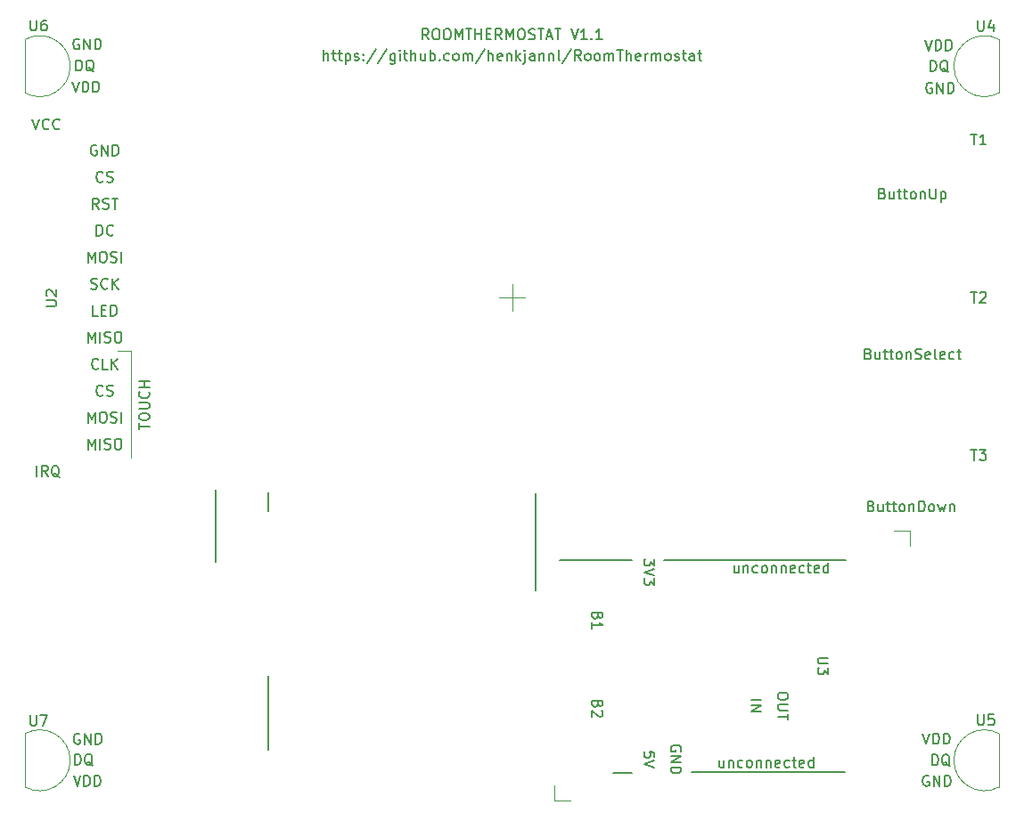
<source format=gto>
%TF.GenerationSoftware,KiCad,Pcbnew,(6.0.0)*%
%TF.CreationDate,2022-12-18T15:17:50+01:00*%
%TF.ProjectId,Interconnect PCB,496e7465-7263-46f6-9e6e-656374205043,rev?*%
%TF.SameCoordinates,Original*%
%TF.FileFunction,Legend,Top*%
%TF.FilePolarity,Positive*%
%FSLAX46Y46*%
G04 Gerber Fmt 4.6, Leading zero omitted, Abs format (unit mm)*
G04 Created by KiCad (PCBNEW (6.0.0)) date 2022-12-18 15:17:50*
%MOMM*%
%LPD*%
G01*
G04 APERTURE LIST*
%ADD10C,0.150000*%
%ADD11C,0.120000*%
G04 APERTURE END LIST*
D10*
X132119047Y-67452380D02*
X132119047Y-66452380D01*
X132547619Y-67452380D02*
X132547619Y-66928571D01*
X132500000Y-66833333D01*
X132404761Y-66785714D01*
X132261904Y-66785714D01*
X132166666Y-66833333D01*
X132119047Y-66880952D01*
X132880952Y-66785714D02*
X133261904Y-66785714D01*
X133023809Y-66452380D02*
X133023809Y-67309523D01*
X133071428Y-67404761D01*
X133166666Y-67452380D01*
X133261904Y-67452380D01*
X133452380Y-66785714D02*
X133833333Y-66785714D01*
X133595238Y-66452380D02*
X133595238Y-67309523D01*
X133642857Y-67404761D01*
X133738095Y-67452380D01*
X133833333Y-67452380D01*
X134166666Y-66785714D02*
X134166666Y-67785714D01*
X134166666Y-66833333D02*
X134261904Y-66785714D01*
X134452380Y-66785714D01*
X134547619Y-66833333D01*
X134595238Y-66880952D01*
X134642857Y-66976190D01*
X134642857Y-67261904D01*
X134595238Y-67357142D01*
X134547619Y-67404761D01*
X134452380Y-67452380D01*
X134261904Y-67452380D01*
X134166666Y-67404761D01*
X135023809Y-67404761D02*
X135119047Y-67452380D01*
X135309523Y-67452380D01*
X135404761Y-67404761D01*
X135452380Y-67309523D01*
X135452380Y-67261904D01*
X135404761Y-67166666D01*
X135309523Y-67119047D01*
X135166666Y-67119047D01*
X135071428Y-67071428D01*
X135023809Y-66976190D01*
X135023809Y-66928571D01*
X135071428Y-66833333D01*
X135166666Y-66785714D01*
X135309523Y-66785714D01*
X135404761Y-66833333D01*
X135880952Y-67357142D02*
X135928571Y-67404761D01*
X135880952Y-67452380D01*
X135833333Y-67404761D01*
X135880952Y-67357142D01*
X135880952Y-67452380D01*
X135880952Y-66833333D02*
X135928571Y-66880952D01*
X135880952Y-66928571D01*
X135833333Y-66880952D01*
X135880952Y-66833333D01*
X135880952Y-66928571D01*
X137071428Y-66404761D02*
X136214285Y-67690476D01*
X138119047Y-66404761D02*
X137261904Y-67690476D01*
X138880952Y-66785714D02*
X138880952Y-67595238D01*
X138833333Y-67690476D01*
X138785714Y-67738095D01*
X138690476Y-67785714D01*
X138547619Y-67785714D01*
X138452380Y-67738095D01*
X138880952Y-67404761D02*
X138785714Y-67452380D01*
X138595238Y-67452380D01*
X138500000Y-67404761D01*
X138452380Y-67357142D01*
X138404761Y-67261904D01*
X138404761Y-66976190D01*
X138452380Y-66880952D01*
X138500000Y-66833333D01*
X138595238Y-66785714D01*
X138785714Y-66785714D01*
X138880952Y-66833333D01*
X139357142Y-67452380D02*
X139357142Y-66785714D01*
X139357142Y-66452380D02*
X139309523Y-66500000D01*
X139357142Y-66547619D01*
X139404761Y-66500000D01*
X139357142Y-66452380D01*
X139357142Y-66547619D01*
X139690476Y-66785714D02*
X140071428Y-66785714D01*
X139833333Y-66452380D02*
X139833333Y-67309523D01*
X139880952Y-67404761D01*
X139976190Y-67452380D01*
X140071428Y-67452380D01*
X140404761Y-67452380D02*
X140404761Y-66452380D01*
X140833333Y-67452380D02*
X140833333Y-66928571D01*
X140785714Y-66833333D01*
X140690476Y-66785714D01*
X140547619Y-66785714D01*
X140452380Y-66833333D01*
X140404761Y-66880952D01*
X141738095Y-66785714D02*
X141738095Y-67452380D01*
X141309523Y-66785714D02*
X141309523Y-67309523D01*
X141357142Y-67404761D01*
X141452380Y-67452380D01*
X141595238Y-67452380D01*
X141690476Y-67404761D01*
X141738095Y-67357142D01*
X142214285Y-67452380D02*
X142214285Y-66452380D01*
X142214285Y-66833333D02*
X142309523Y-66785714D01*
X142500000Y-66785714D01*
X142595238Y-66833333D01*
X142642857Y-66880952D01*
X142690476Y-66976190D01*
X142690476Y-67261904D01*
X142642857Y-67357142D01*
X142595238Y-67404761D01*
X142500000Y-67452380D01*
X142309523Y-67452380D01*
X142214285Y-67404761D01*
X143119047Y-67357142D02*
X143166666Y-67404761D01*
X143119047Y-67452380D01*
X143071428Y-67404761D01*
X143119047Y-67357142D01*
X143119047Y-67452380D01*
X144023809Y-67404761D02*
X143928571Y-67452380D01*
X143738095Y-67452380D01*
X143642857Y-67404761D01*
X143595238Y-67357142D01*
X143547619Y-67261904D01*
X143547619Y-66976190D01*
X143595238Y-66880952D01*
X143642857Y-66833333D01*
X143738095Y-66785714D01*
X143928571Y-66785714D01*
X144023809Y-66833333D01*
X144595238Y-67452380D02*
X144500000Y-67404761D01*
X144452380Y-67357142D01*
X144404761Y-67261904D01*
X144404761Y-66976190D01*
X144452380Y-66880952D01*
X144500000Y-66833333D01*
X144595238Y-66785714D01*
X144738095Y-66785714D01*
X144833333Y-66833333D01*
X144880952Y-66880952D01*
X144928571Y-66976190D01*
X144928571Y-67261904D01*
X144880952Y-67357142D01*
X144833333Y-67404761D01*
X144738095Y-67452380D01*
X144595238Y-67452380D01*
X145357142Y-67452380D02*
X145357142Y-66785714D01*
X145357142Y-66880952D02*
X145404761Y-66833333D01*
X145500000Y-66785714D01*
X145642857Y-66785714D01*
X145738095Y-66833333D01*
X145785714Y-66928571D01*
X145785714Y-67452380D01*
X145785714Y-66928571D02*
X145833333Y-66833333D01*
X145928571Y-66785714D01*
X146071428Y-66785714D01*
X146166666Y-66833333D01*
X146214285Y-66928571D01*
X146214285Y-67452380D01*
X147404761Y-66404761D02*
X146547619Y-67690476D01*
X147738095Y-67452380D02*
X147738095Y-66452380D01*
X148166666Y-67452380D02*
X148166666Y-66928571D01*
X148119047Y-66833333D01*
X148023809Y-66785714D01*
X147880952Y-66785714D01*
X147785714Y-66833333D01*
X147738095Y-66880952D01*
X149023809Y-67404761D02*
X148928571Y-67452380D01*
X148738095Y-67452380D01*
X148642857Y-67404761D01*
X148595238Y-67309523D01*
X148595238Y-66928571D01*
X148642857Y-66833333D01*
X148738095Y-66785714D01*
X148928571Y-66785714D01*
X149023809Y-66833333D01*
X149071428Y-66928571D01*
X149071428Y-67023809D01*
X148595238Y-67119047D01*
X149500000Y-66785714D02*
X149500000Y-67452380D01*
X149500000Y-66880952D02*
X149547619Y-66833333D01*
X149642857Y-66785714D01*
X149785714Y-66785714D01*
X149880952Y-66833333D01*
X149928571Y-66928571D01*
X149928571Y-67452380D01*
X150404761Y-67452380D02*
X150404761Y-66452380D01*
X150500000Y-67071428D02*
X150785714Y-67452380D01*
X150785714Y-66785714D02*
X150404761Y-67166666D01*
X151214285Y-66785714D02*
X151214285Y-67642857D01*
X151166666Y-67738095D01*
X151071428Y-67785714D01*
X151023809Y-67785714D01*
X151214285Y-66452380D02*
X151166666Y-66500000D01*
X151214285Y-66547619D01*
X151261904Y-66500000D01*
X151214285Y-66452380D01*
X151214285Y-66547619D01*
X152119047Y-67452380D02*
X152119047Y-66928571D01*
X152071428Y-66833333D01*
X151976190Y-66785714D01*
X151785714Y-66785714D01*
X151690476Y-66833333D01*
X152119047Y-67404761D02*
X152023809Y-67452380D01*
X151785714Y-67452380D01*
X151690476Y-67404761D01*
X151642857Y-67309523D01*
X151642857Y-67214285D01*
X151690476Y-67119047D01*
X151785714Y-67071428D01*
X152023809Y-67071428D01*
X152119047Y-67023809D01*
X152595238Y-66785714D02*
X152595238Y-67452380D01*
X152595238Y-66880952D02*
X152642857Y-66833333D01*
X152738095Y-66785714D01*
X152880952Y-66785714D01*
X152976190Y-66833333D01*
X153023809Y-66928571D01*
X153023809Y-67452380D01*
X153500000Y-66785714D02*
X153500000Y-67452380D01*
X153500000Y-66880952D02*
X153547619Y-66833333D01*
X153642857Y-66785714D01*
X153785714Y-66785714D01*
X153880952Y-66833333D01*
X153928571Y-66928571D01*
X153928571Y-67452380D01*
X154547619Y-67452380D02*
X154452380Y-67404761D01*
X154404761Y-67309523D01*
X154404761Y-66452380D01*
X155642857Y-66404761D02*
X154785714Y-67690476D01*
X156547619Y-67452380D02*
X156214285Y-66976190D01*
X155976190Y-67452380D02*
X155976190Y-66452380D01*
X156357142Y-66452380D01*
X156452380Y-66500000D01*
X156500000Y-66547619D01*
X156547619Y-66642857D01*
X156547619Y-66785714D01*
X156500000Y-66880952D01*
X156452380Y-66928571D01*
X156357142Y-66976190D01*
X155976190Y-66976190D01*
X157119047Y-67452380D02*
X157023809Y-67404761D01*
X156976190Y-67357142D01*
X156928571Y-67261904D01*
X156928571Y-66976190D01*
X156976190Y-66880952D01*
X157023809Y-66833333D01*
X157119047Y-66785714D01*
X157261904Y-66785714D01*
X157357142Y-66833333D01*
X157404761Y-66880952D01*
X157452380Y-66976190D01*
X157452380Y-67261904D01*
X157404761Y-67357142D01*
X157357142Y-67404761D01*
X157261904Y-67452380D01*
X157119047Y-67452380D01*
X158023809Y-67452380D02*
X157928571Y-67404761D01*
X157880952Y-67357142D01*
X157833333Y-67261904D01*
X157833333Y-66976190D01*
X157880952Y-66880952D01*
X157928571Y-66833333D01*
X158023809Y-66785714D01*
X158166666Y-66785714D01*
X158261904Y-66833333D01*
X158309523Y-66880952D01*
X158357142Y-66976190D01*
X158357142Y-67261904D01*
X158309523Y-67357142D01*
X158261904Y-67404761D01*
X158166666Y-67452380D01*
X158023809Y-67452380D01*
X158785714Y-67452380D02*
X158785714Y-66785714D01*
X158785714Y-66880952D02*
X158833333Y-66833333D01*
X158928571Y-66785714D01*
X159071428Y-66785714D01*
X159166666Y-66833333D01*
X159214285Y-66928571D01*
X159214285Y-67452380D01*
X159214285Y-66928571D02*
X159261904Y-66833333D01*
X159357142Y-66785714D01*
X159500000Y-66785714D01*
X159595238Y-66833333D01*
X159642857Y-66928571D01*
X159642857Y-67452380D01*
X159976190Y-66452380D02*
X160547619Y-66452380D01*
X160261904Y-67452380D02*
X160261904Y-66452380D01*
X160880952Y-67452380D02*
X160880952Y-66452380D01*
X161309523Y-67452380D02*
X161309523Y-66928571D01*
X161261904Y-66833333D01*
X161166666Y-66785714D01*
X161023809Y-66785714D01*
X160928571Y-66833333D01*
X160880952Y-66880952D01*
X162166666Y-67404761D02*
X162071428Y-67452380D01*
X161880952Y-67452380D01*
X161785714Y-67404761D01*
X161738095Y-67309523D01*
X161738095Y-66928571D01*
X161785714Y-66833333D01*
X161880952Y-66785714D01*
X162071428Y-66785714D01*
X162166666Y-66833333D01*
X162214285Y-66928571D01*
X162214285Y-67023809D01*
X161738095Y-67119047D01*
X162642857Y-67452380D02*
X162642857Y-66785714D01*
X162642857Y-66976190D02*
X162690476Y-66880952D01*
X162738095Y-66833333D01*
X162833333Y-66785714D01*
X162928571Y-66785714D01*
X163261904Y-67452380D02*
X163261904Y-66785714D01*
X163261904Y-66880952D02*
X163309523Y-66833333D01*
X163404761Y-66785714D01*
X163547619Y-66785714D01*
X163642857Y-66833333D01*
X163690476Y-66928571D01*
X163690476Y-67452380D01*
X163690476Y-66928571D02*
X163738095Y-66833333D01*
X163833333Y-66785714D01*
X163976190Y-66785714D01*
X164071428Y-66833333D01*
X164119047Y-66928571D01*
X164119047Y-67452380D01*
X164738095Y-67452380D02*
X164642857Y-67404761D01*
X164595238Y-67357142D01*
X164547619Y-67261904D01*
X164547619Y-66976190D01*
X164595238Y-66880952D01*
X164642857Y-66833333D01*
X164738095Y-66785714D01*
X164880952Y-66785714D01*
X164976190Y-66833333D01*
X165023809Y-66880952D01*
X165071428Y-66976190D01*
X165071428Y-67261904D01*
X165023809Y-67357142D01*
X164976190Y-67404761D01*
X164880952Y-67452380D01*
X164738095Y-67452380D01*
X165452380Y-67404761D02*
X165547619Y-67452380D01*
X165738095Y-67452380D01*
X165833333Y-67404761D01*
X165880952Y-67309523D01*
X165880952Y-67261904D01*
X165833333Y-67166666D01*
X165738095Y-67119047D01*
X165595238Y-67119047D01*
X165500000Y-67071428D01*
X165452380Y-66976190D01*
X165452380Y-66928571D01*
X165500000Y-66833333D01*
X165595238Y-66785714D01*
X165738095Y-66785714D01*
X165833333Y-66833333D01*
X166166666Y-66785714D02*
X166547619Y-66785714D01*
X166309523Y-66452380D02*
X166309523Y-67309523D01*
X166357142Y-67404761D01*
X166452380Y-67452380D01*
X166547619Y-67452380D01*
X167309523Y-67452380D02*
X167309523Y-66928571D01*
X167261904Y-66833333D01*
X167166666Y-66785714D01*
X166976190Y-66785714D01*
X166880952Y-66833333D01*
X167309523Y-67404761D02*
X167214285Y-67452380D01*
X166976190Y-67452380D01*
X166880952Y-67404761D01*
X166833333Y-67309523D01*
X166833333Y-67214285D01*
X166880952Y-67119047D01*
X166976190Y-67071428D01*
X167214285Y-67071428D01*
X167309523Y-67023809D01*
X167642857Y-66785714D02*
X168023809Y-66785714D01*
X167785714Y-66452380D02*
X167785714Y-67309523D01*
X167833333Y-67404761D01*
X167928571Y-67452380D01*
X168023809Y-67452380D01*
X142071428Y-65452380D02*
X141738095Y-64976190D01*
X141500000Y-65452380D02*
X141500000Y-64452380D01*
X141880952Y-64452380D01*
X141976190Y-64500000D01*
X142023809Y-64547619D01*
X142071428Y-64642857D01*
X142071428Y-64785714D01*
X142023809Y-64880952D01*
X141976190Y-64928571D01*
X141880952Y-64976190D01*
X141500000Y-64976190D01*
X142690476Y-64452380D02*
X142880952Y-64452380D01*
X142976190Y-64500000D01*
X143071428Y-64595238D01*
X143119047Y-64785714D01*
X143119047Y-65119047D01*
X143071428Y-65309523D01*
X142976190Y-65404761D01*
X142880952Y-65452380D01*
X142690476Y-65452380D01*
X142595238Y-65404761D01*
X142500000Y-65309523D01*
X142452380Y-65119047D01*
X142452380Y-64785714D01*
X142500000Y-64595238D01*
X142595238Y-64500000D01*
X142690476Y-64452380D01*
X143738095Y-64452380D02*
X143928571Y-64452380D01*
X144023809Y-64500000D01*
X144119047Y-64595238D01*
X144166666Y-64785714D01*
X144166666Y-65119047D01*
X144119047Y-65309523D01*
X144023809Y-65404761D01*
X143928571Y-65452380D01*
X143738095Y-65452380D01*
X143642857Y-65404761D01*
X143547619Y-65309523D01*
X143500000Y-65119047D01*
X143500000Y-64785714D01*
X143547619Y-64595238D01*
X143642857Y-64500000D01*
X143738095Y-64452380D01*
X144595238Y-65452380D02*
X144595238Y-64452380D01*
X144928571Y-65166666D01*
X145261904Y-64452380D01*
X145261904Y-65452380D01*
X145595238Y-64452380D02*
X146166666Y-64452380D01*
X145880952Y-65452380D02*
X145880952Y-64452380D01*
X146500000Y-65452380D02*
X146500000Y-64452380D01*
X146500000Y-64928571D02*
X147071428Y-64928571D01*
X147071428Y-65452380D02*
X147071428Y-64452380D01*
X147547619Y-64928571D02*
X147880952Y-64928571D01*
X148023809Y-65452380D02*
X147547619Y-65452380D01*
X147547619Y-64452380D01*
X148023809Y-64452380D01*
X149023809Y-65452380D02*
X148690476Y-64976190D01*
X148452380Y-65452380D02*
X148452380Y-64452380D01*
X148833333Y-64452380D01*
X148928571Y-64500000D01*
X148976190Y-64547619D01*
X149023809Y-64642857D01*
X149023809Y-64785714D01*
X148976190Y-64880952D01*
X148928571Y-64928571D01*
X148833333Y-64976190D01*
X148452380Y-64976190D01*
X149452380Y-65452380D02*
X149452380Y-64452380D01*
X149785714Y-65166666D01*
X150119047Y-64452380D01*
X150119047Y-65452380D01*
X150785714Y-64452380D02*
X150976190Y-64452380D01*
X151071428Y-64500000D01*
X151166666Y-64595238D01*
X151214285Y-64785714D01*
X151214285Y-65119047D01*
X151166666Y-65309523D01*
X151071428Y-65404761D01*
X150976190Y-65452380D01*
X150785714Y-65452380D01*
X150690476Y-65404761D01*
X150595238Y-65309523D01*
X150547619Y-65119047D01*
X150547619Y-64785714D01*
X150595238Y-64595238D01*
X150690476Y-64500000D01*
X150785714Y-64452380D01*
X151595238Y-65404761D02*
X151738095Y-65452380D01*
X151976190Y-65452380D01*
X152071428Y-65404761D01*
X152119047Y-65357142D01*
X152166666Y-65261904D01*
X152166666Y-65166666D01*
X152119047Y-65071428D01*
X152071428Y-65023809D01*
X151976190Y-64976190D01*
X151785714Y-64928571D01*
X151690476Y-64880952D01*
X151642857Y-64833333D01*
X151595238Y-64738095D01*
X151595238Y-64642857D01*
X151642857Y-64547619D01*
X151690476Y-64500000D01*
X151785714Y-64452380D01*
X152023809Y-64452380D01*
X152166666Y-64500000D01*
X152452380Y-64452380D02*
X153023809Y-64452380D01*
X152738095Y-65452380D02*
X152738095Y-64452380D01*
X153309523Y-65166666D02*
X153785714Y-65166666D01*
X153214285Y-65452380D02*
X153547619Y-64452380D01*
X153880952Y-65452380D01*
X154071428Y-64452380D02*
X154642857Y-64452380D01*
X154357142Y-65452380D02*
X154357142Y-64452380D01*
X155595238Y-64452380D02*
X155928571Y-65452380D01*
X156261904Y-64452380D01*
X157119047Y-65452380D02*
X156547619Y-65452380D01*
X156833333Y-65452380D02*
X156833333Y-64452380D01*
X156738095Y-64595238D01*
X156642857Y-64690476D01*
X156547619Y-64738095D01*
X157547619Y-65357142D02*
X157595238Y-65404761D01*
X157547619Y-65452380D01*
X157500000Y-65404761D01*
X157547619Y-65357142D01*
X157547619Y-65452380D01*
X158547619Y-65452380D02*
X157976190Y-65452380D01*
X158261904Y-65452380D02*
X158261904Y-64452380D01*
X158166666Y-64595238D01*
X158071428Y-64690476D01*
X157976190Y-64738095D01*
X152200000Y-108585000D02*
X152200000Y-117881400D01*
X126800000Y-108559600D02*
X126800000Y-110286800D01*
X126800000Y-125984000D02*
X126800000Y-132994400D01*
X161417000Y-115000000D02*
X154559000Y-115000000D01*
X167081200Y-135128000D02*
X181610000Y-135128000D01*
X161340800Y-135178800D02*
X159613600Y-135178800D01*
X121800000Y-108305600D02*
X121800000Y-115112800D01*
X164439600Y-115000000D02*
X181711600Y-115000000D01*
X170094780Y-133999314D02*
X170094780Y-134665980D01*
X169666209Y-133999314D02*
X169666209Y-134523123D01*
X169713828Y-134618361D01*
X169809066Y-134665980D01*
X169951923Y-134665980D01*
X170047161Y-134618361D01*
X170094780Y-134570742D01*
X170570971Y-133999314D02*
X170570971Y-134665980D01*
X170570971Y-134094552D02*
X170618590Y-134046933D01*
X170713828Y-133999314D01*
X170856685Y-133999314D01*
X170951923Y-134046933D01*
X170999542Y-134142171D01*
X170999542Y-134665980D01*
X171904304Y-134618361D02*
X171809066Y-134665980D01*
X171618590Y-134665980D01*
X171523352Y-134618361D01*
X171475733Y-134570742D01*
X171428114Y-134475504D01*
X171428114Y-134189790D01*
X171475733Y-134094552D01*
X171523352Y-134046933D01*
X171618590Y-133999314D01*
X171809066Y-133999314D01*
X171904304Y-134046933D01*
X172475733Y-134665980D02*
X172380495Y-134618361D01*
X172332876Y-134570742D01*
X172285257Y-134475504D01*
X172285257Y-134189790D01*
X172332876Y-134094552D01*
X172380495Y-134046933D01*
X172475733Y-133999314D01*
X172618590Y-133999314D01*
X172713828Y-134046933D01*
X172761447Y-134094552D01*
X172809066Y-134189790D01*
X172809066Y-134475504D01*
X172761447Y-134570742D01*
X172713828Y-134618361D01*
X172618590Y-134665980D01*
X172475733Y-134665980D01*
X173237638Y-133999314D02*
X173237638Y-134665980D01*
X173237638Y-134094552D02*
X173285257Y-134046933D01*
X173380495Y-133999314D01*
X173523352Y-133999314D01*
X173618590Y-134046933D01*
X173666209Y-134142171D01*
X173666209Y-134665980D01*
X174142400Y-133999314D02*
X174142400Y-134665980D01*
X174142400Y-134094552D02*
X174190019Y-134046933D01*
X174285257Y-133999314D01*
X174428114Y-133999314D01*
X174523352Y-134046933D01*
X174570971Y-134142171D01*
X174570971Y-134665980D01*
X175428114Y-134618361D02*
X175332876Y-134665980D01*
X175142400Y-134665980D01*
X175047161Y-134618361D01*
X174999542Y-134523123D01*
X174999542Y-134142171D01*
X175047161Y-134046933D01*
X175142400Y-133999314D01*
X175332876Y-133999314D01*
X175428114Y-134046933D01*
X175475733Y-134142171D01*
X175475733Y-134237409D01*
X174999542Y-134332647D01*
X176332876Y-134618361D02*
X176237638Y-134665980D01*
X176047161Y-134665980D01*
X175951923Y-134618361D01*
X175904304Y-134570742D01*
X175856685Y-134475504D01*
X175856685Y-134189790D01*
X175904304Y-134094552D01*
X175951923Y-134046933D01*
X176047161Y-133999314D01*
X176237638Y-133999314D01*
X176332876Y-134046933D01*
X176618590Y-133999314D02*
X176999542Y-133999314D01*
X176761447Y-133665980D02*
X176761447Y-134523123D01*
X176809066Y-134618361D01*
X176904304Y-134665980D01*
X176999542Y-134665980D01*
X177713828Y-134618361D02*
X177618590Y-134665980D01*
X177428114Y-134665980D01*
X177332876Y-134618361D01*
X177285257Y-134523123D01*
X177285257Y-134142171D01*
X177332876Y-134046933D01*
X177428114Y-133999314D01*
X177618590Y-133999314D01*
X177713828Y-134046933D01*
X177761447Y-134142171D01*
X177761447Y-134237409D01*
X177285257Y-134332647D01*
X178618590Y-134665980D02*
X178618590Y-133665980D01*
X178618590Y-134618361D02*
X178523352Y-134665980D01*
X178332876Y-134665980D01*
X178237638Y-134618361D01*
X178190019Y-134570742D01*
X178142400Y-134475504D01*
X178142400Y-134189790D01*
X178190019Y-134094552D01*
X178237638Y-134046933D01*
X178332876Y-133999314D01*
X178523352Y-133999314D01*
X178618590Y-134046933D01*
X171517180Y-115508114D02*
X171517180Y-116174780D01*
X171088609Y-115508114D02*
X171088609Y-116031923D01*
X171136228Y-116127161D01*
X171231466Y-116174780D01*
X171374323Y-116174780D01*
X171469561Y-116127161D01*
X171517180Y-116079542D01*
X171993371Y-115508114D02*
X171993371Y-116174780D01*
X171993371Y-115603352D02*
X172040990Y-115555733D01*
X172136228Y-115508114D01*
X172279085Y-115508114D01*
X172374323Y-115555733D01*
X172421942Y-115650971D01*
X172421942Y-116174780D01*
X173326704Y-116127161D02*
X173231466Y-116174780D01*
X173040990Y-116174780D01*
X172945752Y-116127161D01*
X172898133Y-116079542D01*
X172850514Y-115984304D01*
X172850514Y-115698590D01*
X172898133Y-115603352D01*
X172945752Y-115555733D01*
X173040990Y-115508114D01*
X173231466Y-115508114D01*
X173326704Y-115555733D01*
X173898133Y-116174780D02*
X173802895Y-116127161D01*
X173755276Y-116079542D01*
X173707657Y-115984304D01*
X173707657Y-115698590D01*
X173755276Y-115603352D01*
X173802895Y-115555733D01*
X173898133Y-115508114D01*
X174040990Y-115508114D01*
X174136228Y-115555733D01*
X174183847Y-115603352D01*
X174231466Y-115698590D01*
X174231466Y-115984304D01*
X174183847Y-116079542D01*
X174136228Y-116127161D01*
X174040990Y-116174780D01*
X173898133Y-116174780D01*
X174660038Y-115508114D02*
X174660038Y-116174780D01*
X174660038Y-115603352D02*
X174707657Y-115555733D01*
X174802895Y-115508114D01*
X174945752Y-115508114D01*
X175040990Y-115555733D01*
X175088609Y-115650971D01*
X175088609Y-116174780D01*
X175564800Y-115508114D02*
X175564800Y-116174780D01*
X175564800Y-115603352D02*
X175612419Y-115555733D01*
X175707657Y-115508114D01*
X175850514Y-115508114D01*
X175945752Y-115555733D01*
X175993371Y-115650971D01*
X175993371Y-116174780D01*
X176850514Y-116127161D02*
X176755276Y-116174780D01*
X176564800Y-116174780D01*
X176469561Y-116127161D01*
X176421942Y-116031923D01*
X176421942Y-115650971D01*
X176469561Y-115555733D01*
X176564800Y-115508114D01*
X176755276Y-115508114D01*
X176850514Y-115555733D01*
X176898133Y-115650971D01*
X176898133Y-115746209D01*
X176421942Y-115841447D01*
X177755276Y-116127161D02*
X177660038Y-116174780D01*
X177469561Y-116174780D01*
X177374323Y-116127161D01*
X177326704Y-116079542D01*
X177279085Y-115984304D01*
X177279085Y-115698590D01*
X177326704Y-115603352D01*
X177374323Y-115555733D01*
X177469561Y-115508114D01*
X177660038Y-115508114D01*
X177755276Y-115555733D01*
X178040990Y-115508114D02*
X178421942Y-115508114D01*
X178183847Y-115174780D02*
X178183847Y-116031923D01*
X178231466Y-116127161D01*
X178326704Y-116174780D01*
X178421942Y-116174780D01*
X179136228Y-116127161D02*
X179040990Y-116174780D01*
X178850514Y-116174780D01*
X178755276Y-116127161D01*
X178707657Y-116031923D01*
X178707657Y-115650971D01*
X178755276Y-115555733D01*
X178850514Y-115508114D01*
X179040990Y-115508114D01*
X179136228Y-115555733D01*
X179183847Y-115650971D01*
X179183847Y-115746209D01*
X178707657Y-115841447D01*
X180040990Y-116174780D02*
X180040990Y-115174780D01*
X180040990Y-116127161D02*
X179945752Y-116174780D01*
X179755276Y-116174780D01*
X179660038Y-116127161D01*
X179612419Y-116079542D01*
X179564800Y-115984304D01*
X179564800Y-115698590D01*
X179612419Y-115603352D01*
X179660038Y-115555733D01*
X179755276Y-115508114D01*
X179945752Y-115508114D01*
X180040990Y-115555733D01*
%TO.C,T2*%
X193588095Y-89452380D02*
X194159523Y-89452380D01*
X193873809Y-90452380D02*
X193873809Y-89452380D01*
X194445238Y-89547619D02*
X194492857Y-89500000D01*
X194588095Y-89452380D01*
X194826190Y-89452380D01*
X194921428Y-89500000D01*
X194969047Y-89547619D01*
X195016666Y-89642857D01*
X195016666Y-89738095D01*
X194969047Y-89880952D01*
X194397619Y-90452380D01*
X195016666Y-90452380D01*
X183844133Y-95330971D02*
X183986990Y-95378590D01*
X184034609Y-95426209D01*
X184082228Y-95521447D01*
X184082228Y-95664304D01*
X184034609Y-95759542D01*
X183986990Y-95807161D01*
X183891752Y-95854780D01*
X183510800Y-95854780D01*
X183510800Y-94854780D01*
X183844133Y-94854780D01*
X183939371Y-94902400D01*
X183986990Y-94950019D01*
X184034609Y-95045257D01*
X184034609Y-95140495D01*
X183986990Y-95235733D01*
X183939371Y-95283352D01*
X183844133Y-95330971D01*
X183510800Y-95330971D01*
X184939371Y-95188114D02*
X184939371Y-95854780D01*
X184510800Y-95188114D02*
X184510800Y-95711923D01*
X184558419Y-95807161D01*
X184653657Y-95854780D01*
X184796514Y-95854780D01*
X184891752Y-95807161D01*
X184939371Y-95759542D01*
X185272704Y-95188114D02*
X185653657Y-95188114D01*
X185415561Y-94854780D02*
X185415561Y-95711923D01*
X185463180Y-95807161D01*
X185558419Y-95854780D01*
X185653657Y-95854780D01*
X185844133Y-95188114D02*
X186225085Y-95188114D01*
X185986990Y-94854780D02*
X185986990Y-95711923D01*
X186034609Y-95807161D01*
X186129847Y-95854780D01*
X186225085Y-95854780D01*
X186701276Y-95854780D02*
X186606038Y-95807161D01*
X186558419Y-95759542D01*
X186510800Y-95664304D01*
X186510800Y-95378590D01*
X186558419Y-95283352D01*
X186606038Y-95235733D01*
X186701276Y-95188114D01*
X186844133Y-95188114D01*
X186939371Y-95235733D01*
X186986990Y-95283352D01*
X187034609Y-95378590D01*
X187034609Y-95664304D01*
X186986990Y-95759542D01*
X186939371Y-95807161D01*
X186844133Y-95854780D01*
X186701276Y-95854780D01*
X187463180Y-95188114D02*
X187463180Y-95854780D01*
X187463180Y-95283352D02*
X187510800Y-95235733D01*
X187606038Y-95188114D01*
X187748895Y-95188114D01*
X187844133Y-95235733D01*
X187891752Y-95330971D01*
X187891752Y-95854780D01*
X188320323Y-95807161D02*
X188463180Y-95854780D01*
X188701276Y-95854780D01*
X188796514Y-95807161D01*
X188844133Y-95759542D01*
X188891752Y-95664304D01*
X188891752Y-95569066D01*
X188844133Y-95473828D01*
X188796514Y-95426209D01*
X188701276Y-95378590D01*
X188510800Y-95330971D01*
X188415561Y-95283352D01*
X188367942Y-95235733D01*
X188320323Y-95140495D01*
X188320323Y-95045257D01*
X188367942Y-94950019D01*
X188415561Y-94902400D01*
X188510800Y-94854780D01*
X188748895Y-94854780D01*
X188891752Y-94902400D01*
X189701276Y-95807161D02*
X189606038Y-95854780D01*
X189415561Y-95854780D01*
X189320323Y-95807161D01*
X189272704Y-95711923D01*
X189272704Y-95330971D01*
X189320323Y-95235733D01*
X189415561Y-95188114D01*
X189606038Y-95188114D01*
X189701276Y-95235733D01*
X189748895Y-95330971D01*
X189748895Y-95426209D01*
X189272704Y-95521447D01*
X190320323Y-95854780D02*
X190225085Y-95807161D01*
X190177466Y-95711923D01*
X190177466Y-94854780D01*
X191082228Y-95807161D02*
X190986990Y-95854780D01*
X190796514Y-95854780D01*
X190701276Y-95807161D01*
X190653657Y-95711923D01*
X190653657Y-95330971D01*
X190701276Y-95235733D01*
X190796514Y-95188114D01*
X190986990Y-95188114D01*
X191082228Y-95235733D01*
X191129847Y-95330971D01*
X191129847Y-95426209D01*
X190653657Y-95521447D01*
X191986990Y-95807161D02*
X191891752Y-95854780D01*
X191701276Y-95854780D01*
X191606038Y-95807161D01*
X191558419Y-95759542D01*
X191510800Y-95664304D01*
X191510800Y-95378590D01*
X191558419Y-95283352D01*
X191606038Y-95235733D01*
X191701276Y-95188114D01*
X191891752Y-95188114D01*
X191986990Y-95235733D01*
X192272704Y-95188114D02*
X192653657Y-95188114D01*
X192415561Y-94854780D02*
X192415561Y-95711923D01*
X192463180Y-95807161D01*
X192558419Y-95854780D01*
X192653657Y-95854780D01*
%TO.C,U7*%
X104238095Y-129703580D02*
X104238095Y-130513104D01*
X104285714Y-130608342D01*
X104333333Y-130655961D01*
X104428571Y-130703580D01*
X104619047Y-130703580D01*
X104714285Y-130655961D01*
X104761904Y-130608342D01*
X104809523Y-130513104D01*
X104809523Y-129703580D01*
X105190476Y-129703580D02*
X105857142Y-129703580D01*
X105428571Y-130703580D01*
X108343866Y-135443980D02*
X108677200Y-136443980D01*
X109010533Y-135443980D01*
X109343866Y-136443980D02*
X109343866Y-135443980D01*
X109581961Y-135443980D01*
X109724819Y-135491600D01*
X109820057Y-135586838D01*
X109867676Y-135682076D01*
X109915295Y-135872552D01*
X109915295Y-136015409D01*
X109867676Y-136205885D01*
X109820057Y-136301123D01*
X109724819Y-136396361D01*
X109581961Y-136443980D01*
X109343866Y-136443980D01*
X110343866Y-136443980D02*
X110343866Y-135443980D01*
X110581961Y-135443980D01*
X110724819Y-135491600D01*
X110820057Y-135586838D01*
X110867676Y-135682076D01*
X110915295Y-135872552D01*
X110915295Y-136015409D01*
X110867676Y-136205885D01*
X110820057Y-136301123D01*
X110724819Y-136396361D01*
X110581961Y-136443980D01*
X110343866Y-136443980D01*
X108915295Y-131500000D02*
X108820057Y-131452380D01*
X108677200Y-131452380D01*
X108534342Y-131500000D01*
X108439104Y-131595238D01*
X108391485Y-131690476D01*
X108343866Y-131880952D01*
X108343866Y-132023809D01*
X108391485Y-132214285D01*
X108439104Y-132309523D01*
X108534342Y-132404761D01*
X108677200Y-132452380D01*
X108772438Y-132452380D01*
X108915295Y-132404761D01*
X108962914Y-132357142D01*
X108962914Y-132023809D01*
X108772438Y-132023809D01*
X109391485Y-132452380D02*
X109391485Y-131452380D01*
X109962914Y-132452380D01*
X109962914Y-131452380D01*
X110439104Y-132452380D02*
X110439104Y-131452380D01*
X110677200Y-131452380D01*
X110820057Y-131500000D01*
X110915295Y-131595238D01*
X110962914Y-131690476D01*
X111010533Y-131880952D01*
X111010533Y-132023809D01*
X110962914Y-132214285D01*
X110915295Y-132309523D01*
X110820057Y-132404761D01*
X110677200Y-132452380D01*
X110439104Y-132452380D01*
X108485085Y-134411980D02*
X108485085Y-133411980D01*
X108723180Y-133411980D01*
X108866038Y-133459600D01*
X108961276Y-133554838D01*
X109008895Y-133650076D01*
X109056514Y-133840552D01*
X109056514Y-133983409D01*
X109008895Y-134173885D01*
X108961276Y-134269123D01*
X108866038Y-134364361D01*
X108723180Y-134411980D01*
X108485085Y-134411980D01*
X110151752Y-134507219D02*
X110056514Y-134459600D01*
X109961276Y-134364361D01*
X109818419Y-134221504D01*
X109723180Y-134173885D01*
X109627942Y-134173885D01*
X109675561Y-134411980D02*
X109580323Y-134364361D01*
X109485085Y-134269123D01*
X109437466Y-134078647D01*
X109437466Y-133745314D01*
X109485085Y-133554838D01*
X109580323Y-133459600D01*
X109675561Y-133411980D01*
X109866038Y-133411980D01*
X109961276Y-133459600D01*
X110056514Y-133554838D01*
X110104133Y-133745314D01*
X110104133Y-134078647D01*
X110056514Y-134269123D01*
X109961276Y-134364361D01*
X109866038Y-134411980D01*
X109675561Y-134411980D01*
%TO.C,U3*%
X180037619Y-124238095D02*
X179228095Y-124238095D01*
X179132857Y-124285714D01*
X179085238Y-124333333D01*
X179037619Y-124428571D01*
X179037619Y-124619047D01*
X179085238Y-124714285D01*
X179132857Y-124761904D01*
X179228095Y-124809523D01*
X180037619Y-124809523D01*
X180037619Y-125190476D02*
X180037619Y-125809523D01*
X179656666Y-125476190D01*
X179656666Y-125619047D01*
X179609047Y-125714285D01*
X179561428Y-125761904D01*
X179466190Y-125809523D01*
X179228095Y-125809523D01*
X179132857Y-125761904D01*
X179085238Y-125714285D01*
X179037619Y-125619047D01*
X179037619Y-125333333D01*
X179085238Y-125238095D01*
X179132857Y-125190476D01*
X158135428Y-120277238D02*
X158087809Y-120420095D01*
X158040190Y-120467714D01*
X157944952Y-120515333D01*
X157802095Y-120515333D01*
X157706857Y-120467714D01*
X157659238Y-120420095D01*
X157611619Y-120324857D01*
X157611619Y-119943904D01*
X158611619Y-119943904D01*
X158611619Y-120277238D01*
X158564000Y-120372476D01*
X158516380Y-120420095D01*
X158421142Y-120467714D01*
X158325904Y-120467714D01*
X158230666Y-120420095D01*
X158183047Y-120372476D01*
X158135428Y-120277238D01*
X158135428Y-119943904D01*
X157611619Y-121467714D02*
X157611619Y-120896285D01*
X157611619Y-121182000D02*
X158611619Y-121182000D01*
X158468761Y-121086761D01*
X158373523Y-120991523D01*
X158325904Y-120896285D01*
X163527619Y-133699523D02*
X163527619Y-133223333D01*
X163051428Y-133175714D01*
X163099047Y-133223333D01*
X163146666Y-133318571D01*
X163146666Y-133556666D01*
X163099047Y-133651904D01*
X163051428Y-133699523D01*
X162956190Y-133747142D01*
X162718095Y-133747142D01*
X162622857Y-133699523D01*
X162575238Y-133651904D01*
X162527619Y-133556666D01*
X162527619Y-133318571D01*
X162575238Y-133223333D01*
X162622857Y-133175714D01*
X163527619Y-134032857D02*
X162527619Y-134366190D01*
X163527619Y-134699523D01*
X158135428Y-128659238D02*
X158087809Y-128802095D01*
X158040190Y-128849714D01*
X157944952Y-128897333D01*
X157802095Y-128897333D01*
X157706857Y-128849714D01*
X157659238Y-128802095D01*
X157611619Y-128706857D01*
X157611619Y-128325904D01*
X158611619Y-128325904D01*
X158611619Y-128659238D01*
X158564000Y-128754476D01*
X158516380Y-128802095D01*
X158421142Y-128849714D01*
X158325904Y-128849714D01*
X158230666Y-128802095D01*
X158183047Y-128754476D01*
X158135428Y-128659238D01*
X158135428Y-128325904D01*
X158516380Y-129278285D02*
X158564000Y-129325904D01*
X158611619Y-129421142D01*
X158611619Y-129659238D01*
X158564000Y-129754476D01*
X158516380Y-129802095D01*
X158421142Y-129849714D01*
X158325904Y-129849714D01*
X158183047Y-129802095D01*
X157611619Y-129230666D01*
X157611619Y-129849714D01*
X163527619Y-114871904D02*
X163527619Y-115490952D01*
X163146666Y-115157619D01*
X163146666Y-115300476D01*
X163099047Y-115395714D01*
X163051428Y-115443333D01*
X162956190Y-115490952D01*
X162718095Y-115490952D01*
X162622857Y-115443333D01*
X162575238Y-115395714D01*
X162527619Y-115300476D01*
X162527619Y-115014761D01*
X162575238Y-114919523D01*
X162622857Y-114871904D01*
X163527619Y-115776666D02*
X162527619Y-116110000D01*
X163527619Y-116443333D01*
X163527619Y-116681428D02*
X163527619Y-117300476D01*
X163146666Y-116967142D01*
X163146666Y-117110000D01*
X163099047Y-117205238D01*
X163051428Y-117252857D01*
X162956190Y-117300476D01*
X162718095Y-117300476D01*
X162622857Y-117252857D01*
X162575238Y-117205238D01*
X162527619Y-117110000D01*
X162527619Y-116824285D01*
X162575238Y-116729047D01*
X162622857Y-116681428D01*
X176227619Y-127810000D02*
X176227619Y-128000476D01*
X176180000Y-128095714D01*
X176084761Y-128190952D01*
X175894285Y-128238571D01*
X175560952Y-128238571D01*
X175370476Y-128190952D01*
X175275238Y-128095714D01*
X175227619Y-128000476D01*
X175227619Y-127810000D01*
X175275238Y-127714761D01*
X175370476Y-127619523D01*
X175560952Y-127571904D01*
X175894285Y-127571904D01*
X176084761Y-127619523D01*
X176180000Y-127714761D01*
X176227619Y-127810000D01*
X176227619Y-128667142D02*
X175418095Y-128667142D01*
X175322857Y-128714761D01*
X175275238Y-128762380D01*
X175227619Y-128857619D01*
X175227619Y-129048095D01*
X175275238Y-129143333D01*
X175322857Y-129190952D01*
X175418095Y-129238571D01*
X176227619Y-129238571D01*
X176227619Y-129571904D02*
X176227619Y-130143333D01*
X175227619Y-129857619D02*
X176227619Y-129857619D01*
X166020000Y-133128095D02*
X166067619Y-133032857D01*
X166067619Y-132890000D01*
X166020000Y-132747142D01*
X165924761Y-132651904D01*
X165829523Y-132604285D01*
X165639047Y-132556666D01*
X165496190Y-132556666D01*
X165305714Y-132604285D01*
X165210476Y-132651904D01*
X165115238Y-132747142D01*
X165067619Y-132890000D01*
X165067619Y-132985238D01*
X165115238Y-133128095D01*
X165162857Y-133175714D01*
X165496190Y-133175714D01*
X165496190Y-132985238D01*
X165067619Y-133604285D02*
X166067619Y-133604285D01*
X165067619Y-134175714D01*
X166067619Y-134175714D01*
X165067619Y-134651904D02*
X166067619Y-134651904D01*
X166067619Y-134890000D01*
X166020000Y-135032857D01*
X165924761Y-135128095D01*
X165829523Y-135175714D01*
X165639047Y-135223333D01*
X165496190Y-135223333D01*
X165305714Y-135175714D01*
X165210476Y-135128095D01*
X165115238Y-135032857D01*
X165067619Y-134890000D01*
X165067619Y-134651904D01*
X172687619Y-128286190D02*
X173687619Y-128286190D01*
X172687619Y-128762380D02*
X173687619Y-128762380D01*
X172687619Y-129333809D01*
X173687619Y-129333809D01*
%TO.C,T3*%
X193588095Y-104452380D02*
X194159523Y-104452380D01*
X193873809Y-105452380D02*
X193873809Y-104452380D01*
X194397619Y-104452380D02*
X195016666Y-104452380D01*
X194683333Y-104833333D01*
X194826190Y-104833333D01*
X194921428Y-104880952D01*
X194969047Y-104928571D01*
X195016666Y-105023809D01*
X195016666Y-105261904D01*
X194969047Y-105357142D01*
X194921428Y-105404761D01*
X194826190Y-105452380D01*
X194540476Y-105452380D01*
X194445238Y-105404761D01*
X194397619Y-105357142D01*
X184123485Y-109808971D02*
X184266342Y-109856590D01*
X184313961Y-109904209D01*
X184361580Y-109999447D01*
X184361580Y-110142304D01*
X184313961Y-110237542D01*
X184266342Y-110285161D01*
X184171104Y-110332780D01*
X183790152Y-110332780D01*
X183790152Y-109332780D01*
X184123485Y-109332780D01*
X184218723Y-109380400D01*
X184266342Y-109428019D01*
X184313961Y-109523257D01*
X184313961Y-109618495D01*
X184266342Y-109713733D01*
X184218723Y-109761352D01*
X184123485Y-109808971D01*
X183790152Y-109808971D01*
X185218723Y-109666114D02*
X185218723Y-110332780D01*
X184790152Y-109666114D02*
X184790152Y-110189923D01*
X184837771Y-110285161D01*
X184933009Y-110332780D01*
X185075866Y-110332780D01*
X185171104Y-110285161D01*
X185218723Y-110237542D01*
X185552057Y-109666114D02*
X185933009Y-109666114D01*
X185694914Y-109332780D02*
X185694914Y-110189923D01*
X185742533Y-110285161D01*
X185837771Y-110332780D01*
X185933009Y-110332780D01*
X186123485Y-109666114D02*
X186504438Y-109666114D01*
X186266342Y-109332780D02*
X186266342Y-110189923D01*
X186313961Y-110285161D01*
X186409200Y-110332780D01*
X186504438Y-110332780D01*
X186980628Y-110332780D02*
X186885390Y-110285161D01*
X186837771Y-110237542D01*
X186790152Y-110142304D01*
X186790152Y-109856590D01*
X186837771Y-109761352D01*
X186885390Y-109713733D01*
X186980628Y-109666114D01*
X187123485Y-109666114D01*
X187218723Y-109713733D01*
X187266342Y-109761352D01*
X187313961Y-109856590D01*
X187313961Y-110142304D01*
X187266342Y-110237542D01*
X187218723Y-110285161D01*
X187123485Y-110332780D01*
X186980628Y-110332780D01*
X187742533Y-109666114D02*
X187742533Y-110332780D01*
X187742533Y-109761352D02*
X187790152Y-109713733D01*
X187885390Y-109666114D01*
X188028247Y-109666114D01*
X188123485Y-109713733D01*
X188171104Y-109808971D01*
X188171104Y-110332780D01*
X188647295Y-110332780D02*
X188647295Y-109332780D01*
X188885390Y-109332780D01*
X189028247Y-109380400D01*
X189123485Y-109475638D01*
X189171104Y-109570876D01*
X189218723Y-109761352D01*
X189218723Y-109904209D01*
X189171104Y-110094685D01*
X189123485Y-110189923D01*
X189028247Y-110285161D01*
X188885390Y-110332780D01*
X188647295Y-110332780D01*
X189790152Y-110332780D02*
X189694914Y-110285161D01*
X189647295Y-110237542D01*
X189599676Y-110142304D01*
X189599676Y-109856590D01*
X189647295Y-109761352D01*
X189694914Y-109713733D01*
X189790152Y-109666114D01*
X189933009Y-109666114D01*
X190028247Y-109713733D01*
X190075866Y-109761352D01*
X190123485Y-109856590D01*
X190123485Y-110142304D01*
X190075866Y-110237542D01*
X190028247Y-110285161D01*
X189933009Y-110332780D01*
X189790152Y-110332780D01*
X190456819Y-109666114D02*
X190647295Y-110332780D01*
X190837771Y-109856590D01*
X191028247Y-110332780D01*
X191218723Y-109666114D01*
X191599676Y-109666114D02*
X191599676Y-110332780D01*
X191599676Y-109761352D02*
X191647295Y-109713733D01*
X191742533Y-109666114D01*
X191885390Y-109666114D01*
X191980628Y-109713733D01*
X192028247Y-109808971D01*
X192028247Y-110332780D01*
%TO.C,T1*%
X193588095Y-74452380D02*
X194159523Y-74452380D01*
X193873809Y-75452380D02*
X193873809Y-74452380D01*
X195016666Y-75452380D02*
X194445238Y-75452380D01*
X194730952Y-75452380D02*
X194730952Y-74452380D01*
X194635714Y-74595238D01*
X194540476Y-74690476D01*
X194445238Y-74738095D01*
X185177466Y-80090971D02*
X185320323Y-80138590D01*
X185367942Y-80186209D01*
X185415561Y-80281447D01*
X185415561Y-80424304D01*
X185367942Y-80519542D01*
X185320323Y-80567161D01*
X185225085Y-80614780D01*
X184844133Y-80614780D01*
X184844133Y-79614780D01*
X185177466Y-79614780D01*
X185272704Y-79662400D01*
X185320323Y-79710019D01*
X185367942Y-79805257D01*
X185367942Y-79900495D01*
X185320323Y-79995733D01*
X185272704Y-80043352D01*
X185177466Y-80090971D01*
X184844133Y-80090971D01*
X186272704Y-79948114D02*
X186272704Y-80614780D01*
X185844133Y-79948114D02*
X185844133Y-80471923D01*
X185891752Y-80567161D01*
X185986990Y-80614780D01*
X186129847Y-80614780D01*
X186225085Y-80567161D01*
X186272704Y-80519542D01*
X186606038Y-79948114D02*
X186986990Y-79948114D01*
X186748895Y-79614780D02*
X186748895Y-80471923D01*
X186796514Y-80567161D01*
X186891752Y-80614780D01*
X186986990Y-80614780D01*
X187177466Y-79948114D02*
X187558419Y-79948114D01*
X187320323Y-79614780D02*
X187320323Y-80471923D01*
X187367942Y-80567161D01*
X187463180Y-80614780D01*
X187558419Y-80614780D01*
X188034609Y-80614780D02*
X187939371Y-80567161D01*
X187891752Y-80519542D01*
X187844133Y-80424304D01*
X187844133Y-80138590D01*
X187891752Y-80043352D01*
X187939371Y-79995733D01*
X188034609Y-79948114D01*
X188177466Y-79948114D01*
X188272704Y-79995733D01*
X188320323Y-80043352D01*
X188367942Y-80138590D01*
X188367942Y-80424304D01*
X188320323Y-80519542D01*
X188272704Y-80567161D01*
X188177466Y-80614780D01*
X188034609Y-80614780D01*
X188796514Y-79948114D02*
X188796514Y-80614780D01*
X188796514Y-80043352D02*
X188844133Y-79995733D01*
X188939371Y-79948114D01*
X189082228Y-79948114D01*
X189177466Y-79995733D01*
X189225085Y-80090971D01*
X189225085Y-80614780D01*
X189701276Y-79614780D02*
X189701276Y-80424304D01*
X189748895Y-80519542D01*
X189796514Y-80567161D01*
X189891752Y-80614780D01*
X190082228Y-80614780D01*
X190177466Y-80567161D01*
X190225085Y-80519542D01*
X190272704Y-80424304D01*
X190272704Y-79614780D01*
X190748895Y-79948114D02*
X190748895Y-80948114D01*
X190748895Y-79995733D02*
X190844133Y-79948114D01*
X191034609Y-79948114D01*
X191129847Y-79995733D01*
X191177466Y-80043352D01*
X191225085Y-80138590D01*
X191225085Y-80424304D01*
X191177466Y-80519542D01*
X191129847Y-80567161D01*
X191034609Y-80614780D01*
X190844133Y-80614780D01*
X190748895Y-80567161D01*
%TO.C,U6*%
X104238095Y-63612780D02*
X104238095Y-64422304D01*
X104285714Y-64517542D01*
X104333333Y-64565161D01*
X104428571Y-64612780D01*
X104619047Y-64612780D01*
X104714285Y-64565161D01*
X104761904Y-64517542D01*
X104809523Y-64422304D01*
X104809523Y-63612780D01*
X105714285Y-63612780D02*
X105523809Y-63612780D01*
X105428571Y-63660400D01*
X105380952Y-63708019D01*
X105285714Y-63850876D01*
X105238095Y-64041352D01*
X105238095Y-64422304D01*
X105285714Y-64517542D01*
X105333333Y-64565161D01*
X105428571Y-64612780D01*
X105619047Y-64612780D01*
X105714285Y-64565161D01*
X105761904Y-64517542D01*
X105809523Y-64422304D01*
X105809523Y-64184209D01*
X105761904Y-64088971D01*
X105714285Y-64041352D01*
X105619047Y-63993733D01*
X105428571Y-63993733D01*
X105333333Y-64041352D01*
X105285714Y-64088971D01*
X105238095Y-64184209D01*
X108191466Y-69454780D02*
X108524800Y-70454780D01*
X108858133Y-69454780D01*
X109191466Y-70454780D02*
X109191466Y-69454780D01*
X109429561Y-69454780D01*
X109572419Y-69502400D01*
X109667657Y-69597638D01*
X109715276Y-69692876D01*
X109762895Y-69883352D01*
X109762895Y-70026209D01*
X109715276Y-70216685D01*
X109667657Y-70311923D01*
X109572419Y-70407161D01*
X109429561Y-70454780D01*
X109191466Y-70454780D01*
X110191466Y-70454780D02*
X110191466Y-69454780D01*
X110429561Y-69454780D01*
X110572419Y-69502400D01*
X110667657Y-69597638D01*
X110715276Y-69692876D01*
X110762895Y-69883352D01*
X110762895Y-70026209D01*
X110715276Y-70216685D01*
X110667657Y-70311923D01*
X110572419Y-70407161D01*
X110429561Y-70454780D01*
X110191466Y-70454780D01*
X108586685Y-68422780D02*
X108586685Y-67422780D01*
X108824780Y-67422780D01*
X108967638Y-67470400D01*
X109062876Y-67565638D01*
X109110495Y-67660876D01*
X109158114Y-67851352D01*
X109158114Y-67994209D01*
X109110495Y-68184685D01*
X109062876Y-68279923D01*
X108967638Y-68375161D01*
X108824780Y-68422780D01*
X108586685Y-68422780D01*
X110253352Y-68518019D02*
X110158114Y-68470400D01*
X110062876Y-68375161D01*
X109920019Y-68232304D01*
X109824780Y-68184685D01*
X109729542Y-68184685D01*
X109777161Y-68422780D02*
X109681923Y-68375161D01*
X109586685Y-68279923D01*
X109539066Y-68089447D01*
X109539066Y-67756114D01*
X109586685Y-67565638D01*
X109681923Y-67470400D01*
X109777161Y-67422780D01*
X109967638Y-67422780D01*
X110062876Y-67470400D01*
X110158114Y-67565638D01*
X110205733Y-67756114D01*
X110205733Y-68089447D01*
X110158114Y-68279923D01*
X110062876Y-68375161D01*
X109967638Y-68422780D01*
X109777161Y-68422780D01*
X108864495Y-65438400D02*
X108769257Y-65390780D01*
X108626400Y-65390780D01*
X108483542Y-65438400D01*
X108388304Y-65533638D01*
X108340685Y-65628876D01*
X108293066Y-65819352D01*
X108293066Y-65962209D01*
X108340685Y-66152685D01*
X108388304Y-66247923D01*
X108483542Y-66343161D01*
X108626400Y-66390780D01*
X108721638Y-66390780D01*
X108864495Y-66343161D01*
X108912114Y-66295542D01*
X108912114Y-65962209D01*
X108721638Y-65962209D01*
X109340685Y-66390780D02*
X109340685Y-65390780D01*
X109912114Y-66390780D01*
X109912114Y-65390780D01*
X110388304Y-66390780D02*
X110388304Y-65390780D01*
X110626400Y-65390780D01*
X110769257Y-65438400D01*
X110864495Y-65533638D01*
X110912114Y-65628876D01*
X110959733Y-65819352D01*
X110959733Y-65962209D01*
X110912114Y-66152685D01*
X110864495Y-66247923D01*
X110769257Y-66343161D01*
X110626400Y-66390780D01*
X110388304Y-66390780D01*
%TO.C,U4*%
X194238095Y-63642380D02*
X194238095Y-64451904D01*
X194285714Y-64547142D01*
X194333333Y-64594761D01*
X194428571Y-64642380D01*
X194619047Y-64642380D01*
X194714285Y-64594761D01*
X194761904Y-64547142D01*
X194809523Y-64451904D01*
X194809523Y-63642380D01*
X195714285Y-63975714D02*
X195714285Y-64642380D01*
X195476190Y-63594761D02*
X195238095Y-64309047D01*
X195857142Y-64309047D01*
X189890495Y-69604000D02*
X189795257Y-69556380D01*
X189652400Y-69556380D01*
X189509542Y-69604000D01*
X189414304Y-69699238D01*
X189366685Y-69794476D01*
X189319066Y-69984952D01*
X189319066Y-70127809D01*
X189366685Y-70318285D01*
X189414304Y-70413523D01*
X189509542Y-70508761D01*
X189652400Y-70556380D01*
X189747638Y-70556380D01*
X189890495Y-70508761D01*
X189938114Y-70461142D01*
X189938114Y-70127809D01*
X189747638Y-70127809D01*
X190366685Y-70556380D02*
X190366685Y-69556380D01*
X190938114Y-70556380D01*
X190938114Y-69556380D01*
X191414304Y-70556380D02*
X191414304Y-69556380D01*
X191652400Y-69556380D01*
X191795257Y-69604000D01*
X191890495Y-69699238D01*
X191938114Y-69794476D01*
X191985733Y-69984952D01*
X191985733Y-70127809D01*
X191938114Y-70318285D01*
X191890495Y-70413523D01*
X191795257Y-70508761D01*
X191652400Y-70556380D01*
X191414304Y-70556380D01*
X189765085Y-68473580D02*
X189765085Y-67473580D01*
X190003180Y-67473580D01*
X190146038Y-67521200D01*
X190241276Y-67616438D01*
X190288895Y-67711676D01*
X190336514Y-67902152D01*
X190336514Y-68045009D01*
X190288895Y-68235485D01*
X190241276Y-68330723D01*
X190146038Y-68425961D01*
X190003180Y-68473580D01*
X189765085Y-68473580D01*
X191431752Y-68568819D02*
X191336514Y-68521200D01*
X191241276Y-68425961D01*
X191098419Y-68283104D01*
X191003180Y-68235485D01*
X190907942Y-68235485D01*
X190955561Y-68473580D02*
X190860323Y-68425961D01*
X190765085Y-68330723D01*
X190717466Y-68140247D01*
X190717466Y-67806914D01*
X190765085Y-67616438D01*
X190860323Y-67521200D01*
X190955561Y-67473580D01*
X191146038Y-67473580D01*
X191241276Y-67521200D01*
X191336514Y-67616438D01*
X191384133Y-67806914D01*
X191384133Y-68140247D01*
X191336514Y-68330723D01*
X191241276Y-68425961D01*
X191146038Y-68473580D01*
X190955561Y-68473580D01*
X189217466Y-65492380D02*
X189550800Y-66492380D01*
X189884133Y-65492380D01*
X190217466Y-66492380D02*
X190217466Y-65492380D01*
X190455561Y-65492380D01*
X190598419Y-65540000D01*
X190693657Y-65635238D01*
X190741276Y-65730476D01*
X190788895Y-65920952D01*
X190788895Y-66063809D01*
X190741276Y-66254285D01*
X190693657Y-66349523D01*
X190598419Y-66444761D01*
X190455561Y-66492380D01*
X190217466Y-66492380D01*
X191217466Y-66492380D02*
X191217466Y-65492380D01*
X191455561Y-65492380D01*
X191598419Y-65540000D01*
X191693657Y-65635238D01*
X191741276Y-65730476D01*
X191788895Y-65920952D01*
X191788895Y-66063809D01*
X191741276Y-66254285D01*
X191693657Y-66349523D01*
X191598419Y-66444761D01*
X191455561Y-66492380D01*
X191217466Y-66492380D01*
%TO.C,U2*%
X105725980Y-90830304D02*
X106535504Y-90830304D01*
X106630742Y-90782685D01*
X106678361Y-90735066D01*
X106725980Y-90639828D01*
X106725980Y-90449352D01*
X106678361Y-90354114D01*
X106630742Y-90306495D01*
X106535504Y-90258876D01*
X105725980Y-90258876D01*
X105821219Y-89830304D02*
X105773600Y-89782685D01*
X105725980Y-89687447D01*
X105725980Y-89449352D01*
X105773600Y-89354114D01*
X105821219Y-89306495D01*
X105916457Y-89258876D01*
X106011695Y-89258876D01*
X106154552Y-89306495D01*
X106725980Y-89877923D01*
X106725980Y-89258876D01*
X109718571Y-101882380D02*
X109718571Y-100882380D01*
X110051904Y-101596666D01*
X110385238Y-100882380D01*
X110385238Y-101882380D01*
X111051904Y-100882380D02*
X111242380Y-100882380D01*
X111337619Y-100930000D01*
X111432857Y-101025238D01*
X111480476Y-101215714D01*
X111480476Y-101549047D01*
X111432857Y-101739523D01*
X111337619Y-101834761D01*
X111242380Y-101882380D01*
X111051904Y-101882380D01*
X110956666Y-101834761D01*
X110861428Y-101739523D01*
X110813809Y-101549047D01*
X110813809Y-101215714D01*
X110861428Y-101025238D01*
X110956666Y-100930000D01*
X111051904Y-100882380D01*
X111861428Y-101834761D02*
X112004285Y-101882380D01*
X112242380Y-101882380D01*
X112337619Y-101834761D01*
X112385238Y-101787142D01*
X112432857Y-101691904D01*
X112432857Y-101596666D01*
X112385238Y-101501428D01*
X112337619Y-101453809D01*
X112242380Y-101406190D01*
X112051904Y-101358571D01*
X111956666Y-101310952D01*
X111909047Y-101263333D01*
X111861428Y-101168095D01*
X111861428Y-101072857D01*
X111909047Y-100977619D01*
X111956666Y-100930000D01*
X112051904Y-100882380D01*
X112290000Y-100882380D01*
X112432857Y-100930000D01*
X112861428Y-101882380D02*
X112861428Y-100882380D01*
X109718571Y-104422380D02*
X109718571Y-103422380D01*
X110051904Y-104136666D01*
X110385238Y-103422380D01*
X110385238Y-104422380D01*
X110861428Y-104422380D02*
X110861428Y-103422380D01*
X111290000Y-104374761D02*
X111432857Y-104422380D01*
X111670952Y-104422380D01*
X111766190Y-104374761D01*
X111813809Y-104327142D01*
X111861428Y-104231904D01*
X111861428Y-104136666D01*
X111813809Y-104041428D01*
X111766190Y-103993809D01*
X111670952Y-103946190D01*
X111480476Y-103898571D01*
X111385238Y-103850952D01*
X111337619Y-103803333D01*
X111290000Y-103708095D01*
X111290000Y-103612857D01*
X111337619Y-103517619D01*
X111385238Y-103470000D01*
X111480476Y-103422380D01*
X111718571Y-103422380D01*
X111861428Y-103470000D01*
X112480476Y-103422380D02*
X112670952Y-103422380D01*
X112766190Y-103470000D01*
X112861428Y-103565238D01*
X112909047Y-103755714D01*
X112909047Y-104089047D01*
X112861428Y-104279523D01*
X112766190Y-104374761D01*
X112670952Y-104422380D01*
X112480476Y-104422380D01*
X112385238Y-104374761D01*
X112290000Y-104279523D01*
X112242380Y-104089047D01*
X112242380Y-103755714D01*
X112290000Y-103565238D01*
X112385238Y-103470000D01*
X112480476Y-103422380D01*
X110647142Y-91722380D02*
X110170952Y-91722380D01*
X110170952Y-90722380D01*
X110980476Y-91198571D02*
X111313809Y-91198571D01*
X111456666Y-91722380D02*
X110980476Y-91722380D01*
X110980476Y-90722380D01*
X111456666Y-90722380D01*
X111885238Y-91722380D02*
X111885238Y-90722380D01*
X112123333Y-90722380D01*
X112266190Y-90770000D01*
X112361428Y-90865238D01*
X112409047Y-90960476D01*
X112456666Y-91150952D01*
X112456666Y-91293809D01*
X112409047Y-91484285D01*
X112361428Y-91579523D01*
X112266190Y-91674761D01*
X112123333Y-91722380D01*
X111885238Y-91722380D01*
X111123333Y-78927142D02*
X111075714Y-78974761D01*
X110932857Y-79022380D01*
X110837619Y-79022380D01*
X110694761Y-78974761D01*
X110599523Y-78879523D01*
X110551904Y-78784285D01*
X110504285Y-78593809D01*
X110504285Y-78450952D01*
X110551904Y-78260476D01*
X110599523Y-78165238D01*
X110694761Y-78070000D01*
X110837619Y-78022380D01*
X110932857Y-78022380D01*
X111075714Y-78070000D01*
X111123333Y-78117619D01*
X111504285Y-78974761D02*
X111647142Y-79022380D01*
X111885238Y-79022380D01*
X111980476Y-78974761D01*
X112028095Y-78927142D01*
X112075714Y-78831904D01*
X112075714Y-78736666D01*
X112028095Y-78641428D01*
X111980476Y-78593809D01*
X111885238Y-78546190D01*
X111694761Y-78498571D01*
X111599523Y-78450952D01*
X111551904Y-78403333D01*
X111504285Y-78308095D01*
X111504285Y-78212857D01*
X111551904Y-78117619D01*
X111599523Y-78070000D01*
X111694761Y-78022380D01*
X111932857Y-78022380D01*
X112075714Y-78070000D01*
X114552380Y-102517142D02*
X114552380Y-101945714D01*
X115552380Y-102231428D02*
X114552380Y-102231428D01*
X114552380Y-101421904D02*
X114552380Y-101231428D01*
X114600000Y-101136190D01*
X114695238Y-101040952D01*
X114885714Y-100993333D01*
X115219047Y-100993333D01*
X115409523Y-101040952D01*
X115504761Y-101136190D01*
X115552380Y-101231428D01*
X115552380Y-101421904D01*
X115504761Y-101517142D01*
X115409523Y-101612380D01*
X115219047Y-101660000D01*
X114885714Y-101660000D01*
X114695238Y-101612380D01*
X114600000Y-101517142D01*
X114552380Y-101421904D01*
X114552380Y-100564761D02*
X115361904Y-100564761D01*
X115457142Y-100517142D01*
X115504761Y-100469523D01*
X115552380Y-100374285D01*
X115552380Y-100183809D01*
X115504761Y-100088571D01*
X115457142Y-100040952D01*
X115361904Y-99993333D01*
X114552380Y-99993333D01*
X115457142Y-98945714D02*
X115504761Y-98993333D01*
X115552380Y-99136190D01*
X115552380Y-99231428D01*
X115504761Y-99374285D01*
X115409523Y-99469523D01*
X115314285Y-99517142D01*
X115123809Y-99564761D01*
X114980952Y-99564761D01*
X114790476Y-99517142D01*
X114695238Y-99469523D01*
X114600000Y-99374285D01*
X114552380Y-99231428D01*
X114552380Y-99136190D01*
X114600000Y-98993333D01*
X114647619Y-98945714D01*
X115552380Y-98517142D02*
X114552380Y-98517142D01*
X115028571Y-98517142D02*
X115028571Y-97945714D01*
X115552380Y-97945714D02*
X114552380Y-97945714D01*
X110528095Y-75530000D02*
X110432857Y-75482380D01*
X110290000Y-75482380D01*
X110147142Y-75530000D01*
X110051904Y-75625238D01*
X110004285Y-75720476D01*
X109956666Y-75910952D01*
X109956666Y-76053809D01*
X110004285Y-76244285D01*
X110051904Y-76339523D01*
X110147142Y-76434761D01*
X110290000Y-76482380D01*
X110385238Y-76482380D01*
X110528095Y-76434761D01*
X110575714Y-76387142D01*
X110575714Y-76053809D01*
X110385238Y-76053809D01*
X111004285Y-76482380D02*
X111004285Y-75482380D01*
X111575714Y-76482380D01*
X111575714Y-75482380D01*
X112051904Y-76482380D02*
X112051904Y-75482380D01*
X112290000Y-75482380D01*
X112432857Y-75530000D01*
X112528095Y-75625238D01*
X112575714Y-75720476D01*
X112623333Y-75910952D01*
X112623333Y-76053809D01*
X112575714Y-76244285D01*
X112528095Y-76339523D01*
X112432857Y-76434761D01*
X112290000Y-76482380D01*
X112051904Y-76482380D01*
X111123333Y-99247142D02*
X111075714Y-99294761D01*
X110932857Y-99342380D01*
X110837619Y-99342380D01*
X110694761Y-99294761D01*
X110599523Y-99199523D01*
X110551904Y-99104285D01*
X110504285Y-98913809D01*
X110504285Y-98770952D01*
X110551904Y-98580476D01*
X110599523Y-98485238D01*
X110694761Y-98390000D01*
X110837619Y-98342380D01*
X110932857Y-98342380D01*
X111075714Y-98390000D01*
X111123333Y-98437619D01*
X111504285Y-99294761D02*
X111647142Y-99342380D01*
X111885238Y-99342380D01*
X111980476Y-99294761D01*
X112028095Y-99247142D01*
X112075714Y-99151904D01*
X112075714Y-99056666D01*
X112028095Y-98961428D01*
X111980476Y-98913809D01*
X111885238Y-98866190D01*
X111694761Y-98818571D01*
X111599523Y-98770952D01*
X111551904Y-98723333D01*
X111504285Y-98628095D01*
X111504285Y-98532857D01*
X111551904Y-98437619D01*
X111599523Y-98390000D01*
X111694761Y-98342380D01*
X111932857Y-98342380D01*
X112075714Y-98390000D01*
X109718571Y-86642380D02*
X109718571Y-85642380D01*
X110051904Y-86356666D01*
X110385238Y-85642380D01*
X110385238Y-86642380D01*
X111051904Y-85642380D02*
X111242380Y-85642380D01*
X111337619Y-85690000D01*
X111432857Y-85785238D01*
X111480476Y-85975714D01*
X111480476Y-86309047D01*
X111432857Y-86499523D01*
X111337619Y-86594761D01*
X111242380Y-86642380D01*
X111051904Y-86642380D01*
X110956666Y-86594761D01*
X110861428Y-86499523D01*
X110813809Y-86309047D01*
X110813809Y-85975714D01*
X110861428Y-85785238D01*
X110956666Y-85690000D01*
X111051904Y-85642380D01*
X111861428Y-86594761D02*
X112004285Y-86642380D01*
X112242380Y-86642380D01*
X112337619Y-86594761D01*
X112385238Y-86547142D01*
X112432857Y-86451904D01*
X112432857Y-86356666D01*
X112385238Y-86261428D01*
X112337619Y-86213809D01*
X112242380Y-86166190D01*
X112051904Y-86118571D01*
X111956666Y-86070952D01*
X111909047Y-86023333D01*
X111861428Y-85928095D01*
X111861428Y-85832857D01*
X111909047Y-85737619D01*
X111956666Y-85690000D01*
X112051904Y-85642380D01*
X112290000Y-85642380D01*
X112432857Y-85690000D01*
X112861428Y-86642380D02*
X112861428Y-85642380D01*
X104432266Y-73010780D02*
X104765600Y-74010780D01*
X105098933Y-73010780D01*
X106003695Y-73915542D02*
X105956076Y-73963161D01*
X105813219Y-74010780D01*
X105717980Y-74010780D01*
X105575123Y-73963161D01*
X105479885Y-73867923D01*
X105432266Y-73772685D01*
X105384647Y-73582209D01*
X105384647Y-73439352D01*
X105432266Y-73248876D01*
X105479885Y-73153638D01*
X105575123Y-73058400D01*
X105717980Y-73010780D01*
X105813219Y-73010780D01*
X105956076Y-73058400D01*
X106003695Y-73106019D01*
X107003695Y-73915542D02*
X106956076Y-73963161D01*
X106813219Y-74010780D01*
X106717980Y-74010780D01*
X106575123Y-73963161D01*
X106479885Y-73867923D01*
X106432266Y-73772685D01*
X106384647Y-73582209D01*
X106384647Y-73439352D01*
X106432266Y-73248876D01*
X106479885Y-73153638D01*
X106575123Y-73058400D01*
X106717980Y-73010780D01*
X106813219Y-73010780D01*
X106956076Y-73058400D01*
X107003695Y-73106019D01*
X110004285Y-89134761D02*
X110147142Y-89182380D01*
X110385238Y-89182380D01*
X110480476Y-89134761D01*
X110528095Y-89087142D01*
X110575714Y-88991904D01*
X110575714Y-88896666D01*
X110528095Y-88801428D01*
X110480476Y-88753809D01*
X110385238Y-88706190D01*
X110194761Y-88658571D01*
X110099523Y-88610952D01*
X110051904Y-88563333D01*
X110004285Y-88468095D01*
X110004285Y-88372857D01*
X110051904Y-88277619D01*
X110099523Y-88230000D01*
X110194761Y-88182380D01*
X110432857Y-88182380D01*
X110575714Y-88230000D01*
X111575714Y-89087142D02*
X111528095Y-89134761D01*
X111385238Y-89182380D01*
X111290000Y-89182380D01*
X111147142Y-89134761D01*
X111051904Y-89039523D01*
X111004285Y-88944285D01*
X110956666Y-88753809D01*
X110956666Y-88610952D01*
X111004285Y-88420476D01*
X111051904Y-88325238D01*
X111147142Y-88230000D01*
X111290000Y-88182380D01*
X111385238Y-88182380D01*
X111528095Y-88230000D01*
X111575714Y-88277619D01*
X112004285Y-89182380D02*
X112004285Y-88182380D01*
X112575714Y-89182380D02*
X112147142Y-88610952D01*
X112575714Y-88182380D02*
X112004285Y-88753809D01*
X109718571Y-94262380D02*
X109718571Y-93262380D01*
X110051904Y-93976666D01*
X110385238Y-93262380D01*
X110385238Y-94262380D01*
X110861428Y-94262380D02*
X110861428Y-93262380D01*
X111290000Y-94214761D02*
X111432857Y-94262380D01*
X111670952Y-94262380D01*
X111766190Y-94214761D01*
X111813809Y-94167142D01*
X111861428Y-94071904D01*
X111861428Y-93976666D01*
X111813809Y-93881428D01*
X111766190Y-93833809D01*
X111670952Y-93786190D01*
X111480476Y-93738571D01*
X111385238Y-93690952D01*
X111337619Y-93643333D01*
X111290000Y-93548095D01*
X111290000Y-93452857D01*
X111337619Y-93357619D01*
X111385238Y-93310000D01*
X111480476Y-93262380D01*
X111718571Y-93262380D01*
X111861428Y-93310000D01*
X112480476Y-93262380D02*
X112670952Y-93262380D01*
X112766190Y-93310000D01*
X112861428Y-93405238D01*
X112909047Y-93595714D01*
X112909047Y-93929047D01*
X112861428Y-94119523D01*
X112766190Y-94214761D01*
X112670952Y-94262380D01*
X112480476Y-94262380D01*
X112385238Y-94214761D01*
X112290000Y-94119523D01*
X112242380Y-93929047D01*
X112242380Y-93595714D01*
X112290000Y-93405238D01*
X112385238Y-93310000D01*
X112480476Y-93262380D01*
X110694761Y-96707142D02*
X110647142Y-96754761D01*
X110504285Y-96802380D01*
X110409047Y-96802380D01*
X110266190Y-96754761D01*
X110170952Y-96659523D01*
X110123333Y-96564285D01*
X110075714Y-96373809D01*
X110075714Y-96230952D01*
X110123333Y-96040476D01*
X110170952Y-95945238D01*
X110266190Y-95850000D01*
X110409047Y-95802380D01*
X110504285Y-95802380D01*
X110647142Y-95850000D01*
X110694761Y-95897619D01*
X111599523Y-96802380D02*
X111123333Y-96802380D01*
X111123333Y-95802380D01*
X111932857Y-96802380D02*
X111932857Y-95802380D01*
X112504285Y-96802380D02*
X112075714Y-96230952D01*
X112504285Y-95802380D02*
X111932857Y-96373809D01*
X104843390Y-106979980D02*
X104843390Y-105979980D01*
X105891009Y-106979980D02*
X105557676Y-106503790D01*
X105319580Y-106979980D02*
X105319580Y-105979980D01*
X105700533Y-105979980D01*
X105795771Y-106027600D01*
X105843390Y-106075219D01*
X105891009Y-106170457D01*
X105891009Y-106313314D01*
X105843390Y-106408552D01*
X105795771Y-106456171D01*
X105700533Y-106503790D01*
X105319580Y-106503790D01*
X106986247Y-107075219D02*
X106891009Y-107027600D01*
X106795771Y-106932361D01*
X106652914Y-106789504D01*
X106557676Y-106741885D01*
X106462438Y-106741885D01*
X106510057Y-106979980D02*
X106414819Y-106932361D01*
X106319580Y-106837123D01*
X106271961Y-106646647D01*
X106271961Y-106313314D01*
X106319580Y-106122838D01*
X106414819Y-106027600D01*
X106510057Y-105979980D01*
X106700533Y-105979980D01*
X106795771Y-106027600D01*
X106891009Y-106122838D01*
X106938628Y-106313314D01*
X106938628Y-106646647D01*
X106891009Y-106837123D01*
X106795771Y-106932361D01*
X106700533Y-106979980D01*
X106510057Y-106979980D01*
X110528095Y-84102380D02*
X110528095Y-83102380D01*
X110766190Y-83102380D01*
X110909047Y-83150000D01*
X111004285Y-83245238D01*
X111051904Y-83340476D01*
X111099523Y-83530952D01*
X111099523Y-83673809D01*
X111051904Y-83864285D01*
X111004285Y-83959523D01*
X110909047Y-84054761D01*
X110766190Y-84102380D01*
X110528095Y-84102380D01*
X112099523Y-84007142D02*
X112051904Y-84054761D01*
X111909047Y-84102380D01*
X111813809Y-84102380D01*
X111670952Y-84054761D01*
X111575714Y-83959523D01*
X111528095Y-83864285D01*
X111480476Y-83673809D01*
X111480476Y-83530952D01*
X111528095Y-83340476D01*
X111575714Y-83245238D01*
X111670952Y-83150000D01*
X111813809Y-83102380D01*
X111909047Y-83102380D01*
X112051904Y-83150000D01*
X112099523Y-83197619D01*
X110742380Y-81562380D02*
X110409047Y-81086190D01*
X110170952Y-81562380D02*
X110170952Y-80562380D01*
X110551904Y-80562380D01*
X110647142Y-80610000D01*
X110694761Y-80657619D01*
X110742380Y-80752857D01*
X110742380Y-80895714D01*
X110694761Y-80990952D01*
X110647142Y-81038571D01*
X110551904Y-81086190D01*
X110170952Y-81086190D01*
X111123333Y-81514761D02*
X111266190Y-81562380D01*
X111504285Y-81562380D01*
X111599523Y-81514761D01*
X111647142Y-81467142D01*
X111694761Y-81371904D01*
X111694761Y-81276666D01*
X111647142Y-81181428D01*
X111599523Y-81133809D01*
X111504285Y-81086190D01*
X111313809Y-81038571D01*
X111218571Y-80990952D01*
X111170952Y-80943333D01*
X111123333Y-80848095D01*
X111123333Y-80752857D01*
X111170952Y-80657619D01*
X111218571Y-80610000D01*
X111313809Y-80562380D01*
X111551904Y-80562380D01*
X111694761Y-80610000D01*
X111980476Y-80562380D02*
X112551904Y-80562380D01*
X112266190Y-81562380D02*
X112266190Y-80562380D01*
%TO.C,U5*%
X194238095Y-129642380D02*
X194238095Y-130451904D01*
X194285714Y-130547142D01*
X194333333Y-130594761D01*
X194428571Y-130642380D01*
X194619047Y-130642380D01*
X194714285Y-130594761D01*
X194761904Y-130547142D01*
X194809523Y-130451904D01*
X194809523Y-129642380D01*
X195761904Y-129642380D02*
X195285714Y-129642380D01*
X195238095Y-130118571D01*
X195285714Y-130070952D01*
X195380952Y-130023333D01*
X195619047Y-130023333D01*
X195714285Y-130070952D01*
X195761904Y-130118571D01*
X195809523Y-130213809D01*
X195809523Y-130451904D01*
X195761904Y-130547142D01*
X195714285Y-130594761D01*
X195619047Y-130642380D01*
X195380952Y-130642380D01*
X195285714Y-130594761D01*
X195238095Y-130547142D01*
X189014266Y-131430780D02*
X189347600Y-132430780D01*
X189680933Y-131430780D01*
X190014266Y-132430780D02*
X190014266Y-131430780D01*
X190252361Y-131430780D01*
X190395219Y-131478400D01*
X190490457Y-131573638D01*
X190538076Y-131668876D01*
X190585695Y-131859352D01*
X190585695Y-132002209D01*
X190538076Y-132192685D01*
X190490457Y-132287923D01*
X190395219Y-132383161D01*
X190252361Y-132430780D01*
X190014266Y-132430780D01*
X191014266Y-132430780D02*
X191014266Y-131430780D01*
X191252361Y-131430780D01*
X191395219Y-131478400D01*
X191490457Y-131573638D01*
X191538076Y-131668876D01*
X191585695Y-131859352D01*
X191585695Y-132002209D01*
X191538076Y-132192685D01*
X191490457Y-132287923D01*
X191395219Y-132383161D01*
X191252361Y-132430780D01*
X191014266Y-132430780D01*
X189917485Y-134452380D02*
X189917485Y-133452380D01*
X190155580Y-133452380D01*
X190298438Y-133500000D01*
X190393676Y-133595238D01*
X190441295Y-133690476D01*
X190488914Y-133880952D01*
X190488914Y-134023809D01*
X190441295Y-134214285D01*
X190393676Y-134309523D01*
X190298438Y-134404761D01*
X190155580Y-134452380D01*
X189917485Y-134452380D01*
X191584152Y-134547619D02*
X191488914Y-134500000D01*
X191393676Y-134404761D01*
X191250819Y-134261904D01*
X191155580Y-134214285D01*
X191060342Y-134214285D01*
X191107961Y-134452380D02*
X191012723Y-134404761D01*
X190917485Y-134309523D01*
X190869866Y-134119047D01*
X190869866Y-133785714D01*
X190917485Y-133595238D01*
X191012723Y-133500000D01*
X191107961Y-133452380D01*
X191298438Y-133452380D01*
X191393676Y-133500000D01*
X191488914Y-133595238D01*
X191536533Y-133785714D01*
X191536533Y-134119047D01*
X191488914Y-134309523D01*
X191393676Y-134404761D01*
X191298438Y-134452380D01*
X191107961Y-134452380D01*
X189585695Y-135491600D02*
X189490457Y-135443980D01*
X189347600Y-135443980D01*
X189204742Y-135491600D01*
X189109504Y-135586838D01*
X189061885Y-135682076D01*
X189014266Y-135872552D01*
X189014266Y-136015409D01*
X189061885Y-136205885D01*
X189109504Y-136301123D01*
X189204742Y-136396361D01*
X189347600Y-136443980D01*
X189442838Y-136443980D01*
X189585695Y-136396361D01*
X189633314Y-136348742D01*
X189633314Y-136015409D01*
X189442838Y-136015409D01*
X190061885Y-136443980D02*
X190061885Y-135443980D01*
X190633314Y-136443980D01*
X190633314Y-135443980D01*
X191109504Y-136443980D02*
X191109504Y-135443980D01*
X191347600Y-135443980D01*
X191490457Y-135491600D01*
X191585695Y-135586838D01*
X191633314Y-135682076D01*
X191680933Y-135872552D01*
X191680933Y-136015409D01*
X191633314Y-136205885D01*
X191585695Y-136301123D01*
X191490457Y-136396361D01*
X191347600Y-136443980D01*
X191109504Y-136443980D01*
D11*
%TO.C,U7*%
X103730000Y-136540000D02*
X103730000Y-131460000D01*
X103730000Y-136540000D02*
G75*
G03*
X103730000Y-131460000I1397797J2540000D01*
G01*
%TO.C,U3*%
X187800000Y-112150000D02*
X186300000Y-112150000D01*
X154000000Y-137850000D02*
X155500000Y-137850000D01*
X154000000Y-137850000D02*
X154000000Y-136350000D01*
X187800000Y-113650000D02*
X187800000Y-112150000D01*
%TO.C,U6*%
X103730000Y-70540000D02*
X103730000Y-65460000D01*
X103730000Y-70540000D02*
G75*
G03*
X103730000Y-65460000I1397797J2540000D01*
G01*
%TO.C,U4*%
X196270000Y-65460000D02*
X196270000Y-70540000D01*
X196270000Y-65460000D02*
G75*
G03*
X196270000Y-70540000I-1397797J-2540000D01*
G01*
%TO.C,U2*%
X150000000Y-88730000D02*
X150000000Y-91270000D01*
X113830000Y-95080000D02*
X112560000Y-95080000D01*
X113830000Y-95080000D02*
X113830000Y-105240000D01*
X151200000Y-90000000D02*
X148730000Y-90000000D01*
%TO.C,U5*%
X196270000Y-131460000D02*
X196270000Y-136540000D01*
X196270000Y-131460000D02*
G75*
G03*
X196270000Y-136540000I-1397797J-2540000D01*
G01*
%TD*%
M02*

</source>
